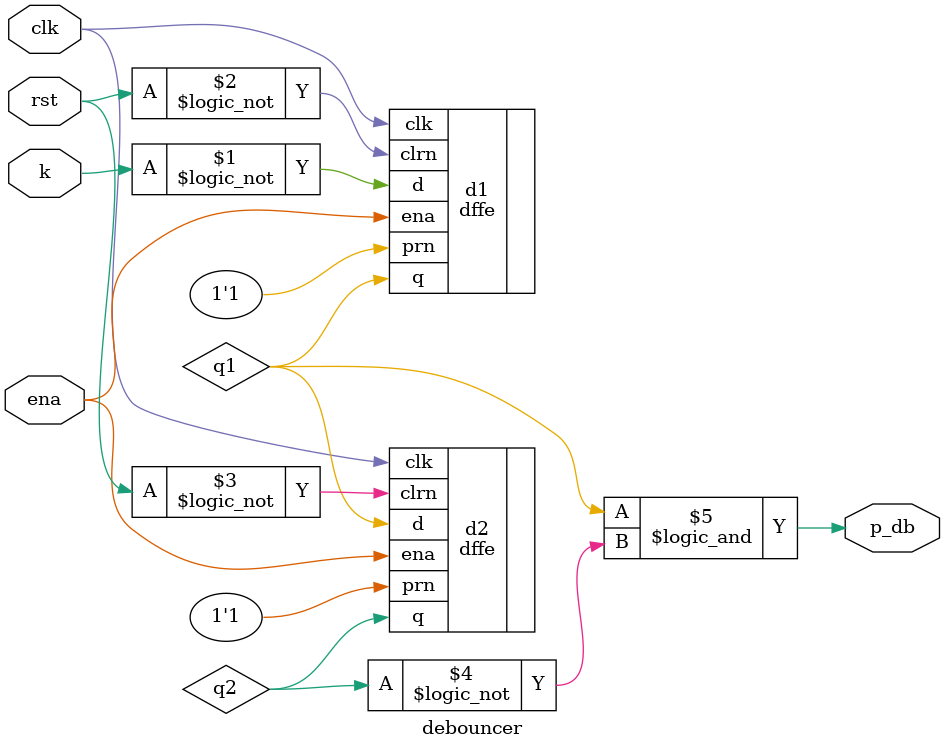
<source format=v>

module debouncer 
(
    input wire clk, k, ena, rst,
    output p_db
);
    
    wire q1, q2;

    dffe d1 (
        .d(!k),
        .clk(clk),
        .clrn(!rst),
		.prn(1'b1),
        .ena(ena),
        .q(q1)
    );

    dffe d2 (
        .d(q1),
        .clk(clk),
        .clrn(!rst),
		.prn(1'b1),
        .ena(ena),
        .q(q2)
    );

    assign p_db = q1 && !q2;
endmodule

</source>
